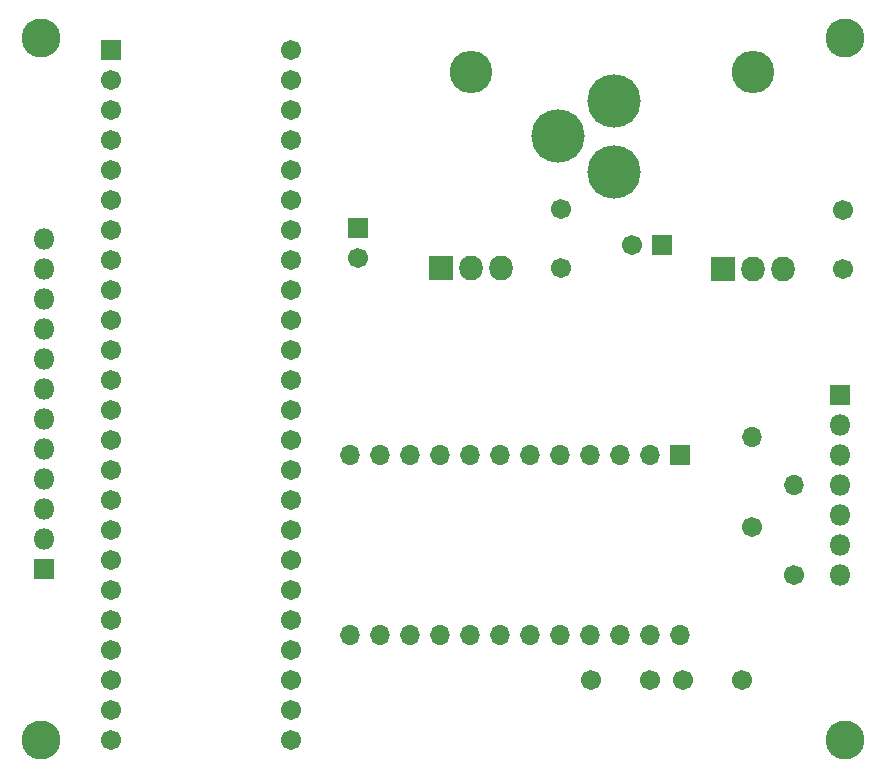
<source format=gbs>
G04 #@! TF.GenerationSoftware,KiCad,Pcbnew,(5.0.0)*
G04 #@! TF.CreationDate,2018-10-18T19:20:22-07:00*
G04 #@! TF.ProjectId,Genesynth,47656E6573796E74682E6B696361645F,v0*
G04 #@! TF.SameCoordinates,Original*
G04 #@! TF.FileFunction,Soldermask,Bot*
G04 #@! TF.FilePolarity,Negative*
%FSLAX46Y46*%
G04 Gerber Fmt 4.6, Leading zero omitted, Abs format (unit mm)*
G04 Created by KiCad (PCBNEW (5.0.0)) date 10/18/18 19:20:22*
%MOMM*%
%LPD*%
G01*
G04 APERTURE LIST*
%ADD10C,3.301600*%
%ADD11C,1.701600*%
%ADD12O,1.701600X1.701600*%
%ADD13R,1.801600X1.801600*%
%ADD14O,1.801600X1.801600*%
%ADD15R,1.701600X1.701600*%
%ADD16O,3.601600X3.601600*%
%ADD17R,2.006600X2.101600*%
%ADD18O,2.006600X2.101600*%
%ADD19C,4.521200*%
G04 APERTURE END LIST*
D10*
G04 #@! TO.C,REF\002A\002A*
X157734000Y-129794000D03*
G04 #@! TD*
G04 #@! TO.C,REF\002A\002A*
X89662000Y-129794000D03*
G04 #@! TD*
G04 #@! TO.C,REF\002A\002A*
X89662000Y-70358000D03*
G04 #@! TD*
D11*
G04 #@! TO.C,R1*
X149860000Y-111760000D03*
D12*
X149860000Y-104140000D03*
G04 #@! TD*
D13*
G04 #@! TO.C,J1*
X157357000Y-100584000D03*
D14*
X157357000Y-103124000D03*
X157357000Y-105664000D03*
X157357000Y-108204000D03*
X157357000Y-110744000D03*
X157357000Y-113284000D03*
X157357000Y-115824000D03*
G04 #@! TD*
D12*
G04 #@! TO.C,R2*
X153416000Y-108204000D03*
D11*
X153416000Y-115824000D03*
G04 #@! TD*
D15*
G04 #@! TO.C,U2*
X143764000Y-105664000D03*
D12*
X115824000Y-120904000D03*
X141224000Y-105664000D03*
X118364000Y-120904000D03*
X138684000Y-105664000D03*
X120904000Y-120904000D03*
X136144000Y-105664000D03*
X123444000Y-120904000D03*
X133604000Y-105664000D03*
X125984000Y-120904000D03*
X131064000Y-105664000D03*
X128524000Y-120904000D03*
X128524000Y-105664000D03*
X131064000Y-120904000D03*
X125984000Y-105664000D03*
X133604000Y-120904000D03*
X123444000Y-105664000D03*
X136144000Y-120904000D03*
X120904000Y-105664000D03*
X138684000Y-120904000D03*
X118364000Y-105664000D03*
X141224000Y-120904000D03*
X115824000Y-105664000D03*
X143764000Y-120904000D03*
G04 #@! TD*
D11*
G04 #@! TO.C,C1*
X133747583Y-89863284D03*
X133747583Y-84863284D03*
G04 #@! TD*
G04 #@! TO.C,C2*
X157607000Y-84887000D03*
X157607000Y-89887000D03*
G04 #@! TD*
D15*
G04 #@! TO.C,C3*
X116574783Y-86463284D03*
D11*
X116574783Y-88963284D03*
G04 #@! TD*
G04 #@! TO.C,C4*
X139740000Y-87884000D03*
D15*
X142240000Y-87884000D03*
G04 #@! TD*
D13*
G04 #@! TO.C,J2*
X89916000Y-115316000D03*
D14*
X89916000Y-112776000D03*
X89916000Y-110236000D03*
X89916000Y-107696000D03*
X89916000Y-105156000D03*
X89916000Y-102616000D03*
X89916000Y-100076000D03*
X89916000Y-97536000D03*
X89916000Y-94996000D03*
X89916000Y-92456000D03*
X89916000Y-89916000D03*
X89916000Y-87376000D03*
G04 #@! TD*
D16*
G04 #@! TO.C,U3*
X126111183Y-73203284D03*
D17*
X123571183Y-89863284D03*
D18*
X126111183Y-89863284D03*
X128651183Y-89863284D03*
G04 #@! TD*
G04 #@! TO.C,U4*
X152510600Y-89887000D03*
X149970600Y-89887000D03*
D17*
X147430600Y-89887000D03*
D16*
X149970600Y-73227000D03*
G04 #@! TD*
D11*
G04 #@! TO.C,U1*
X95631000Y-112014000D03*
X95631000Y-114554000D03*
X95631000Y-117094000D03*
X95631000Y-119634000D03*
X95631000Y-109474000D03*
X95631000Y-106934000D03*
X95631000Y-104394000D03*
X95631000Y-122174000D03*
X95631000Y-124714000D03*
X95631000Y-127254000D03*
X95631000Y-129794000D03*
X110871000Y-129794000D03*
X110871000Y-127254000D03*
X110871000Y-124714000D03*
X110871000Y-122174000D03*
X110871000Y-119634000D03*
X110871000Y-117094000D03*
X110871000Y-114554000D03*
X110871000Y-112014000D03*
X95631000Y-101854000D03*
X95631000Y-99314000D03*
X95631000Y-96774000D03*
X95631000Y-94234000D03*
X95631000Y-91694000D03*
X95631000Y-89154000D03*
X95631000Y-86614000D03*
X95631000Y-84074000D03*
X95631000Y-81534000D03*
X95631000Y-78994000D03*
X95631000Y-76454000D03*
X95631000Y-73914000D03*
D15*
X95631000Y-71374000D03*
D11*
X110871000Y-109474000D03*
X110871000Y-106934000D03*
X110871000Y-104394000D03*
X110871000Y-101854000D03*
X110871000Y-99314000D03*
X110871000Y-96774000D03*
X110871000Y-94234000D03*
X110871000Y-91694000D03*
X110871000Y-89154000D03*
X110871000Y-86614000D03*
X110871000Y-84074000D03*
X110871000Y-81534000D03*
X110871000Y-78994000D03*
X110871000Y-76454000D03*
X110871000Y-73914000D03*
X110871000Y-71374000D03*
G04 #@! TD*
D19*
G04 #@! TO.C,J3*
X138176000Y-75692000D03*
X133477000Y-78691740D03*
X138176000Y-81691480D03*
G04 #@! TD*
D10*
G04 #@! TO.C,REF\002A\002A*
X157734000Y-70358000D03*
G04 #@! TD*
D11*
G04 #@! TO.C,C5*
X136224000Y-124714000D03*
X141224000Y-124714000D03*
G04 #@! TD*
G04 #@! TO.C,C6*
X144018000Y-124714000D03*
X149018000Y-124714000D03*
G04 #@! TD*
M02*

</source>
